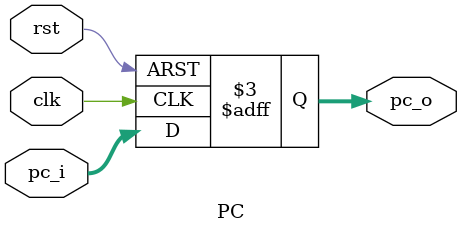
<source format=v>
module PC (
    input clk,
    input rst,
    input [31:0] pc_i,
    output reg [31:0] pc_o
);

    // TODO: implement your program counter here
always @(posedge clk, negedge rst) begin
    if(!rst) begin pc_o <= 32'b0; end
    else begin pc_o <= pc_i; end
end

endmodule


</source>
